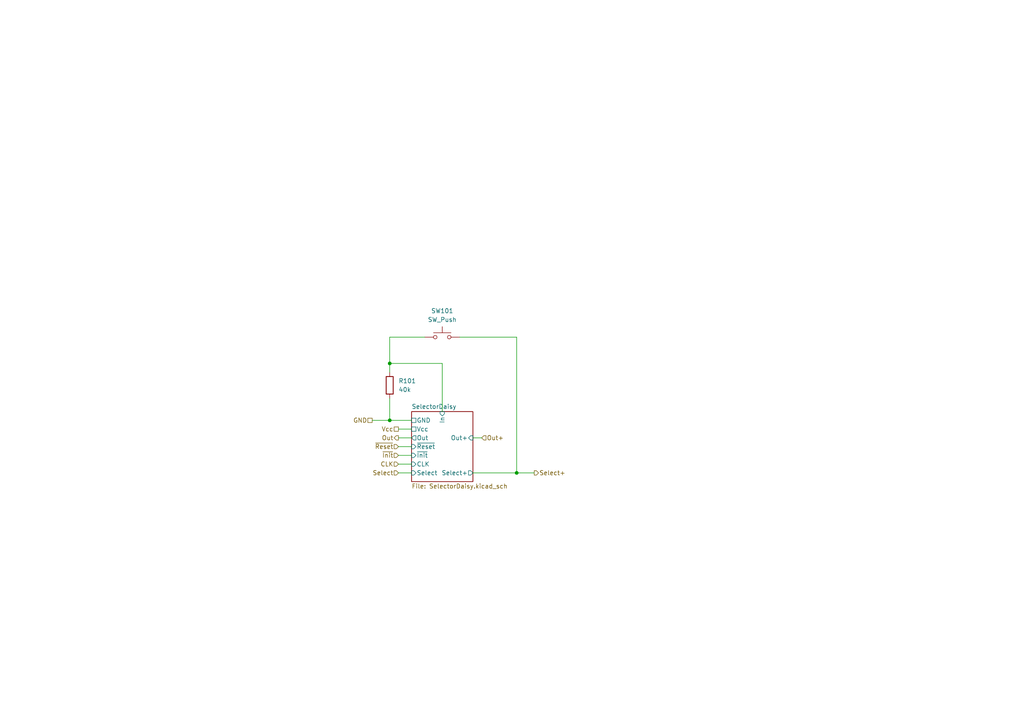
<source format=kicad_sch>
(kicad_sch (version 20231120) (generator "eeschema") (generator_version "8.0")
  (paper "A4")
  (title_block (comment 1 "Switch takes power from selection rather than Vcc to save energy while inactive.") (comment 2 "Key switch module for daisy chain."))
  (lib_symbols
    (symbol "Device:R" (pin_numbers hide) (pin_names (offset 0))
      (property "Reference" "R" (at 2.032 0 90))
      (property "Value" "R" (at 0 0 90))
      (symbol "R_0_1"
        (rectangle (start -1.016 -2.54) (end 1.016 2.54) (stroke (width 0.254)))
      )
      (symbol "R_1_1"
        (pin passive line (at 0 3.81 270) (length 1.27) (name "~") (number "1"))
        (pin passive line (at 0 -3.81 90) (length 1.27) (name "~") (number "2"))
      )
    )
    (symbol "Switch:SW_Push" (pin_numbers hide) (pin_names (offset 1.016) hide)
      (property "Reference" "SW" (at 1.27 2.54 0))
      (property "Value" "SW_Push" (at 0 -1.524 0))
      (symbol "SW_Push_0_1"
        (circle (center -2.032 0) (radius 0.508))
        (polyline (pts (xy 0 1.27) (xy 0 3.048)))
        (polyline (pts (xy 2.54 1.27) (xy -2.54 1.27)))
        (circle (center 2.032 0) (radius 0.508))
        (pin passive line (at -5.08 0 0) (length 2.54) (name "1") (number "1"))
        (pin passive line (at 5.08 0 180) (length 2.54) (name "2") (number "2"))
      )
    )
  )
  (junction (at 149.86 137.16))
  (junction (at 113.03 121.92))
  (junction (at 113.03 105.41))
  (wire (pts (xy 115.57 124.46) (xy 119.38 124.46)))
  (wire (pts (xy 137.16 137.16) (xy 149.86 137.16)))
  (wire (pts (xy 149.86 97.79) (xy 149.86 137.16)))
  (wire (pts (xy 128.27 105.41) (xy 128.27 119.38)))
  (wire (pts (xy 137.16 127) (xy 139.7 127)))
  (wire (pts (xy 113.03 105.41) (xy 113.03 107.95)))
  (wire (pts (xy 113.03 121.92) (xy 119.38 121.92)))
  (wire (pts (xy 115.57 134.62) (xy 119.38 134.62)))
  (wire (pts (xy 115.57 127) (xy 119.38 127)))
  (wire (pts (xy 115.57 137.16) (xy 119.38 137.16)))
  (wire (pts (xy 115.57 129.54) (xy 119.38 129.54)))
  (wire (pts (xy 107.95 121.92) (xy 113.03 121.92)))
  (wire (pts (xy 123.19 97.79) (xy 113.03 97.79)))
  (wire (pts (xy 113.03 115.57) (xy 113.03 121.92)))
  (wire (pts (xy 113.03 97.79) (xy 113.03 105.41)))
  (wire (pts (xy 149.86 137.16) (xy 154.94 137.16)))
  (wire (pts (xy 115.57 132.08) (xy 119.38 132.08)))
  (wire (pts (xy 113.03 105.41) (xy 128.27 105.41)))
  (wire (pts (xy 133.35 97.79) (xy 149.86 97.79)))
  (hierarchical_label "Select+" (shape output) (at 154.94 137.16 0))
  (hierarchical_label "Vcc" (shape passive) (at 115.57 124.46 180))
  (hierarchical_label "~{Reset}" (shape input) (at 115.57 129.54 180))
  (hierarchical_label "Select" (shape input) (at 115.57 137.16 180))
  (hierarchical_label "CLK" (shape input) (at 115.57 134.62 180))
  (hierarchical_label "Out+" (shape input) (at 139.7 127 0))
  (hierarchical_label "GND" (shape passive) (at 107.95 121.92 180))
  (hierarchical_label "~{Init}" (shape input) (at 115.57 132.08 180))
  (hierarchical_label "Out" (shape output) (at 115.57 127 180))
  (symbol (lib_id "Device:R") (at 113.03 111.76 0) (unit 1)
    (property "Reference" "R101" (at 115.57 110.4899 0) (effects (justify left)))
    (property "Value" "40k" (at 115.57 113.0299 0) (effects (justify left)))
    (property "Footprint" "Resistor_SMD:R_0402_1005Metric" (effects (hide yes)))
    (property "Description" "RES SMD 40K OHM 0.1% 1/10W 0402" (effects (hide yes)))
    (property "Manufacturer Part number" "RNCF0402BTE40K0" (effects (hide yes)))
    (property "Original" "N" (effects (hide yes)))
    (property "Purchase Link" "https://www.digikey.com/en/products/detail/stackpole-electronics-inc/RNCF0402BTE40K0/6259278" (effects (hide yes)))
  )
  (symbol (lib_id "Switch:SW_Push") (at 128.27 97.79 0) (unit 1)
    (property "Reference" "SW101" (at 128.27 90.17 0))
    (property "Value" "SW_Push" (at 128.27 92.71 0))
    (property "Footprint" "PCM_Switch_Keyboard_Hotswap_Kailh:SW_Hotswap_Kailh_Choc_V1V2_1.00u" (effects (hide yes)))
    (property "Description" "SWITCH SKT FOR KAILH CHOC 1=10PC" (effects (hide yes)))
    (property "Manufacturer Part number" "5118" (effects (hide yes)))
    (property "Original" "Y" (effects (hide yes)))
    (property "Purchase Link" "https://www.digikey.com/en/products/detail/adafruit-industries-llc/5118/14671678" (effects (hide yes)))
  )
  (sheet (at 119.38 119.38) (size 17.78 20.32) (stroke (width 0.1524))
    (property "Sheetname" "SelectorDaisy" (at 119.38 118.6684 0) (effects (justify left bottom)))
    (property "Sheetfile" "SelectorDaisy.kicad_sch" (at 119.38 140.2846 0) (effects (justify left top)))
    (pin "Out" output (at 119.38 127 180))
    (pin "GND" passive (at 119.38 121.92 180))
    (pin "Vcc" passive (at 119.38 124.46 180))
    (pin "CLK" input (at 119.38 134.62 180))
    (pin "~{Init}" input (at 119.38 132.08 180))
    (pin "Select" input (at 119.38 137.16 180))
    (pin "In" input (at 128.27 119.38 90))
    (pin "Select+" output (at 137.16 137.16 0))
    (pin "Out+" input (at 137.16 127 0))
    (pin "~{Reset}" input (at 119.38 129.54 180))
  )
)
</source>
